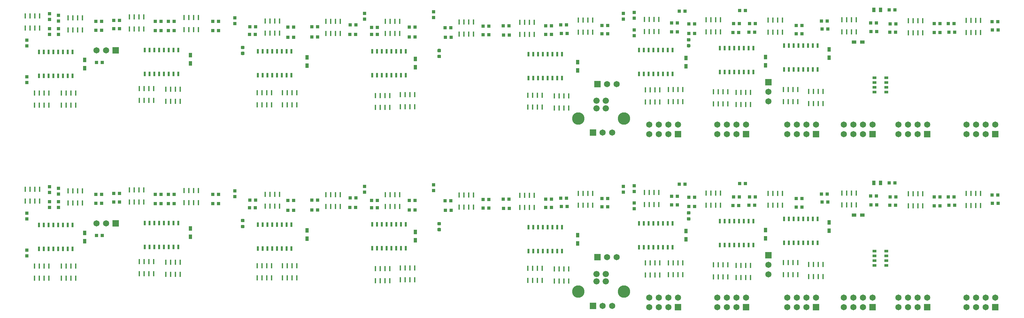
<source format=gbp>
G04 #@! TF.GenerationSoftware,KiCad,Pcbnew,(5.0.2)-1*
G04 #@! TF.CreationDate,2020-08-31T13:18:20-07:00*
G04 #@! TF.ProjectId,Peterson_SerialIO,50657465-7273-46f6-9e5f-53657269616c,rev?*
G04 #@! TF.SameCoordinates,Original*
G04 #@! TF.FileFunction,Paste,Bot*
G04 #@! TF.FilePolarity,Positive*
%FSLAX46Y46*%
G04 Gerber Fmt 4.6, Leading zero omitted, Abs format (unit mm)*
G04 Created by KiCad (PCBNEW (5.0.2)-1) date 8/31/2020 1:18:20 PM*
%MOMM*%
%LPD*%
G01*
G04 APERTURE LIST*
%ADD10R,0.455000X1.400000*%
%ADD11R,0.889000X0.889000*%
%ADD12R,0.900000X1.200000*%
%ADD13C,1.651000*%
%ADD14R,1.651000X1.651000*%
%ADD15R,0.508000X1.143000*%
%ADD16C,1.676400*%
%ADD17C,3.302000*%
%ADD18C,0.100000*%
%ADD19C,0.875000*%
%ADD20R,1.200000X0.900000*%
%ADD21R,0.889000X1.270000*%
%ADD22R,1.000000X0.650000*%
%ADD23R,0.998220X0.650000*%
G04 APERTURE END LIST*
D10*
G04 #@! TO.C,RN2*
X188908060Y-108463880D03*
X188908060Y-111663880D03*
X187638060Y-108463880D03*
X187638060Y-111663880D03*
X186368060Y-108463880D03*
X186368060Y-111663880D03*
X185098060Y-108463880D03*
X185098060Y-111663880D03*
G04 #@! TD*
G04 #@! TO.C,RN5*
X184904380Y-92956780D03*
X184904380Y-89756780D03*
X186174380Y-92956780D03*
X186174380Y-89756780D03*
X187444380Y-92956780D03*
X187444380Y-89756780D03*
X188714380Y-92956780D03*
X188714380Y-89756780D03*
G04 #@! TD*
G04 #@! TO.C,RN12*
X237202980Y-93083780D03*
X237202980Y-89883780D03*
X238472980Y-93083780D03*
X238472980Y-89883780D03*
X239742980Y-93083780D03*
X239742980Y-89883780D03*
X241012980Y-93083780D03*
X241012980Y-89883780D03*
G04 #@! TD*
G04 #@! TO.C,RN13*
X254850900Y-93294600D03*
X254850900Y-90094600D03*
X256120900Y-93294600D03*
X256120900Y-90094600D03*
X257390900Y-93294600D03*
X257390900Y-90094600D03*
X258660900Y-93294600D03*
X258660900Y-90094600D03*
G04 #@! TD*
G04 #@! TO.C,RN9*
X213029800Y-109167460D03*
X213029800Y-112367460D03*
X211759800Y-109167460D03*
X211759800Y-112367460D03*
X210489800Y-109167460D03*
X210489800Y-112367460D03*
X209219800Y-109167460D03*
X209219800Y-112367460D03*
G04 #@! TD*
G04 #@! TO.C,RN1*
X164838380Y-110107260D03*
X164838380Y-113307260D03*
X163568380Y-110107260D03*
X163568380Y-113307260D03*
X162298380Y-110107260D03*
X162298380Y-113307260D03*
X161028380Y-110107260D03*
X161028380Y-113307260D03*
G04 #@! TD*
G04 #@! TO.C,RN6*
X201259440Y-93099020D03*
X201259440Y-89899020D03*
X202529440Y-93099020D03*
X202529440Y-89899020D03*
X203799440Y-93099020D03*
X203799440Y-89899020D03*
X205069440Y-93099020D03*
X205069440Y-89899020D03*
G04 #@! TD*
G04 #@! TO.C,RN8*
X151843740Y-93728940D03*
X151843740Y-90528940D03*
X153113740Y-93728940D03*
X153113740Y-90528940D03*
X154383740Y-93728940D03*
X154383740Y-90528940D03*
X155653740Y-93728940D03*
X155653740Y-90528940D03*
G04 #@! TD*
G04 #@! TO.C,RN11*
X232205000Y-108900000D03*
X232205000Y-112100000D03*
X230935000Y-108900000D03*
X230935000Y-112100000D03*
X229665000Y-108900000D03*
X229665000Y-112100000D03*
X228395000Y-108900000D03*
X228395000Y-112100000D03*
G04 #@! TD*
G04 #@! TO.C,RN10*
X225505000Y-108400000D03*
X225505000Y-111600000D03*
X224235000Y-108400000D03*
X224235000Y-111600000D03*
X222965000Y-108400000D03*
X222965000Y-111600000D03*
X221695000Y-108400000D03*
X221695000Y-111600000D03*
G04 #@! TD*
G04 #@! TO.C,RN7*
X157746700Y-109896440D03*
X157746700Y-113096440D03*
X156476700Y-109896440D03*
X156476700Y-113096440D03*
X155206700Y-109896440D03*
X155206700Y-113096440D03*
X153936700Y-109896440D03*
X153936700Y-113096440D03*
G04 #@! TD*
G04 #@! TO.C,RN4*
X167383460Y-93162520D03*
X167383460Y-89962520D03*
X168653460Y-93162520D03*
X168653460Y-89962520D03*
X169923460Y-93162520D03*
X169923460Y-89962520D03*
X171193460Y-93162520D03*
X171193460Y-89962520D03*
G04 #@! TD*
G04 #@! TO.C,RN3*
X195004060Y-108423240D03*
X195004060Y-111623240D03*
X193734060Y-108423240D03*
X193734060Y-111623240D03*
X192464060Y-108423240D03*
X192464060Y-111623240D03*
X191194060Y-108423240D03*
X191194060Y-111623240D03*
G04 #@! TD*
G04 #@! TO.C,RN29*
X48399700Y-92311620D03*
X48399700Y-89111620D03*
X49669700Y-92311620D03*
X49669700Y-89111620D03*
X50939700Y-92311620D03*
X50939700Y-89111620D03*
X52209700Y-92311620D03*
X52209700Y-89111620D03*
G04 #@! TD*
G04 #@! TO.C,RN17*
X92801440Y-109229840D03*
X92801440Y-112429840D03*
X91531440Y-109229840D03*
X91531440Y-112429840D03*
X90261440Y-109229840D03*
X90261440Y-112429840D03*
X88991440Y-109229840D03*
X88991440Y-112429840D03*
G04 #@! TD*
G04 #@! TO.C,RN31*
X27078940Y-109350340D03*
X27078940Y-112550340D03*
X25808940Y-109350340D03*
X25808940Y-112550340D03*
X24538940Y-109350340D03*
X24538940Y-112550340D03*
X23268940Y-109350340D03*
X23268940Y-112550340D03*
G04 #@! TD*
G04 #@! TO.C,RN28*
X32138620Y-92563080D03*
X32138620Y-89363080D03*
X33408620Y-92563080D03*
X33408620Y-89363080D03*
X34678620Y-92563080D03*
X34678620Y-89363080D03*
X35948620Y-92563080D03*
X35948620Y-89363080D03*
G04 #@! TD*
G04 #@! TO.C,RN18*
X117370860Y-109971520D03*
X117370860Y-113171520D03*
X116100860Y-109971520D03*
X116100860Y-113171520D03*
X114830860Y-109971520D03*
X114830860Y-113171520D03*
X113560860Y-109971520D03*
X113560860Y-113171520D03*
G04 #@! TD*
G04 #@! TO.C,RN20*
X100467160Y-93507960D03*
X100467160Y-90307960D03*
X101737160Y-93507960D03*
X101737160Y-90307960D03*
X103007160Y-93507960D03*
X103007160Y-90307960D03*
X104277160Y-93507960D03*
X104277160Y-90307960D03*
G04 #@! TD*
G04 #@! TO.C,RN25*
X34168080Y-109314780D03*
X34168080Y-112514780D03*
X32898080Y-109314780D03*
X32898080Y-112514780D03*
X31628080Y-109314780D03*
X31628080Y-112514780D03*
X30358080Y-109314780D03*
X30358080Y-112514780D03*
G04 #@! TD*
G04 #@! TO.C,RN21*
X116174520Y-93507960D03*
X116174520Y-90307960D03*
X117444520Y-93507960D03*
X117444520Y-90307960D03*
X118714520Y-93507960D03*
X118714520Y-90307960D03*
X119984520Y-93507960D03*
X119984520Y-90307960D03*
G04 #@! TD*
G04 #@! TO.C,RN19*
X123972320Y-109781020D03*
X123972320Y-112981020D03*
X122702320Y-109781020D03*
X122702320Y-112981020D03*
X121432320Y-109781020D03*
X121432320Y-112981020D03*
X120162320Y-109781020D03*
X120162320Y-112981020D03*
G04 #@! TD*
G04 #@! TO.C,RN22*
X135793480Y-93660360D03*
X135793480Y-90460360D03*
X137063480Y-93660360D03*
X137063480Y-90460360D03*
X138333480Y-93660360D03*
X138333480Y-90460360D03*
X139603480Y-93660360D03*
X139603480Y-90460360D03*
G04 #@! TD*
G04 #@! TO.C,RN27*
X61874400Y-108319100D03*
X61874400Y-111519100D03*
X60604400Y-108319100D03*
X60604400Y-111519100D03*
X59334400Y-108319100D03*
X59334400Y-111519100D03*
X58064400Y-108319100D03*
X58064400Y-111519100D03*
G04 #@! TD*
G04 #@! TO.C,RN30*
X62910720Y-92479260D03*
X62910720Y-89279260D03*
X64180720Y-92479260D03*
X64180720Y-89279260D03*
X65450720Y-92479260D03*
X65450720Y-89279260D03*
X66720720Y-92479260D03*
X66720720Y-89279260D03*
G04 #@! TD*
G04 #@! TO.C,RN23*
X86075520Y-109229840D03*
X86075520Y-112429840D03*
X84805520Y-109229840D03*
X84805520Y-112429840D03*
X83535520Y-109229840D03*
X83535520Y-112429840D03*
X82265520Y-109229840D03*
X82265520Y-112429840D03*
G04 #@! TD*
G04 #@! TO.C,RN26*
X54864000Y-108123520D03*
X54864000Y-111323520D03*
X53594000Y-108123520D03*
X53594000Y-111323520D03*
X52324000Y-108123520D03*
X52324000Y-111323520D03*
X51054000Y-108123520D03*
X51054000Y-111323520D03*
G04 #@! TD*
G04 #@! TO.C,RN32*
X20797520Y-92062700D03*
X20797520Y-88862700D03*
X22067520Y-92062700D03*
X22067520Y-88862700D03*
X23337520Y-92062700D03*
X23337520Y-88862700D03*
X24607520Y-92062700D03*
X24607520Y-88862700D03*
G04 #@! TD*
G04 #@! TO.C,RN24*
X84373720Y-93431760D03*
X84373720Y-90231760D03*
X85643720Y-93431760D03*
X85643720Y-90231760D03*
X86913720Y-93431760D03*
X86913720Y-90231760D03*
X88183720Y-93431760D03*
X88183720Y-90231760D03*
G04 #@! TD*
G04 #@! TO.C,RN14*
X270126460Y-93205700D03*
X270126460Y-90005700D03*
X271396460Y-93205700D03*
X271396460Y-90005700D03*
X272666460Y-93205700D03*
X272666460Y-90005700D03*
X273936460Y-93205700D03*
X273936460Y-90005700D03*
G04 #@! TD*
G04 #@! TO.C,RN16*
X217617040Y-93165060D03*
X217617040Y-89965060D03*
X218887040Y-93165060D03*
X218887040Y-89965060D03*
X220157040Y-93165060D03*
X220157040Y-89965060D03*
X221427040Y-93165060D03*
X221427040Y-89965060D03*
G04 #@! TD*
G04 #@! TO.C,RN15*
X206999840Y-108999820D03*
X206999840Y-112199820D03*
X205729840Y-108999820D03*
X205729840Y-112199820D03*
X204459840Y-108999820D03*
X204459840Y-112199820D03*
X203189840Y-108999820D03*
X203189840Y-112199820D03*
G04 #@! TD*
G04 #@! TO.C,RN1*
X164838380Y-64107260D03*
X164838380Y-67307260D03*
X163568380Y-64107260D03*
X163568380Y-67307260D03*
X162298380Y-64107260D03*
X162298380Y-67307260D03*
X161028380Y-64107260D03*
X161028380Y-67307260D03*
G04 #@! TD*
G04 #@! TO.C,RN2*
X188908060Y-62463880D03*
X188908060Y-65663880D03*
X187638060Y-62463880D03*
X187638060Y-65663880D03*
X186368060Y-62463880D03*
X186368060Y-65663880D03*
X185098060Y-62463880D03*
X185098060Y-65663880D03*
G04 #@! TD*
G04 #@! TO.C,RN3*
X195004060Y-62423240D03*
X195004060Y-65623240D03*
X193734060Y-62423240D03*
X193734060Y-65623240D03*
X192464060Y-62423240D03*
X192464060Y-65623240D03*
X191194060Y-62423240D03*
X191194060Y-65623240D03*
G04 #@! TD*
G04 #@! TO.C,RN4*
X167383460Y-47162520D03*
X167383460Y-43962520D03*
X168653460Y-47162520D03*
X168653460Y-43962520D03*
X169923460Y-47162520D03*
X169923460Y-43962520D03*
X171193460Y-47162520D03*
X171193460Y-43962520D03*
G04 #@! TD*
G04 #@! TO.C,RN5*
X184904380Y-46956780D03*
X184904380Y-43756780D03*
X186174380Y-46956780D03*
X186174380Y-43756780D03*
X187444380Y-46956780D03*
X187444380Y-43756780D03*
X188714380Y-46956780D03*
X188714380Y-43756780D03*
G04 #@! TD*
G04 #@! TO.C,RN6*
X201259440Y-47099020D03*
X201259440Y-43899020D03*
X202529440Y-47099020D03*
X202529440Y-43899020D03*
X203799440Y-47099020D03*
X203799440Y-43899020D03*
X205069440Y-47099020D03*
X205069440Y-43899020D03*
G04 #@! TD*
G04 #@! TO.C,RN7*
X157746700Y-63896440D03*
X157746700Y-67096440D03*
X156476700Y-63896440D03*
X156476700Y-67096440D03*
X155206700Y-63896440D03*
X155206700Y-67096440D03*
X153936700Y-63896440D03*
X153936700Y-67096440D03*
G04 #@! TD*
G04 #@! TO.C,RN8*
X151843740Y-47728940D03*
X151843740Y-44528940D03*
X153113740Y-47728940D03*
X153113740Y-44528940D03*
X154383740Y-47728940D03*
X154383740Y-44528940D03*
X155653740Y-47728940D03*
X155653740Y-44528940D03*
G04 #@! TD*
G04 #@! TO.C,RN9*
X213029800Y-63167460D03*
X213029800Y-66367460D03*
X211759800Y-63167460D03*
X211759800Y-66367460D03*
X210489800Y-63167460D03*
X210489800Y-66367460D03*
X209219800Y-63167460D03*
X209219800Y-66367460D03*
G04 #@! TD*
G04 #@! TO.C,RN10*
X225505000Y-62400000D03*
X225505000Y-65600000D03*
X224235000Y-62400000D03*
X224235000Y-65600000D03*
X222965000Y-62400000D03*
X222965000Y-65600000D03*
X221695000Y-62400000D03*
X221695000Y-65600000D03*
G04 #@! TD*
G04 #@! TO.C,RN11*
X232205000Y-62900000D03*
X232205000Y-66100000D03*
X230935000Y-62900000D03*
X230935000Y-66100000D03*
X229665000Y-62900000D03*
X229665000Y-66100000D03*
X228395000Y-62900000D03*
X228395000Y-66100000D03*
G04 #@! TD*
G04 #@! TO.C,RN12*
X237202980Y-47083780D03*
X237202980Y-43883780D03*
X238472980Y-47083780D03*
X238472980Y-43883780D03*
X239742980Y-47083780D03*
X239742980Y-43883780D03*
X241012980Y-47083780D03*
X241012980Y-43883780D03*
G04 #@! TD*
G04 #@! TO.C,RN13*
X254850900Y-47294600D03*
X254850900Y-44094600D03*
X256120900Y-47294600D03*
X256120900Y-44094600D03*
X257390900Y-47294600D03*
X257390900Y-44094600D03*
X258660900Y-47294600D03*
X258660900Y-44094600D03*
G04 #@! TD*
G04 #@! TO.C,RN14*
X270126460Y-47205700D03*
X270126460Y-44005700D03*
X271396460Y-47205700D03*
X271396460Y-44005700D03*
X272666460Y-47205700D03*
X272666460Y-44005700D03*
X273936460Y-47205700D03*
X273936460Y-44005700D03*
G04 #@! TD*
G04 #@! TO.C,RN15*
X206999840Y-62999820D03*
X206999840Y-66199820D03*
X205729840Y-62999820D03*
X205729840Y-66199820D03*
X204459840Y-62999820D03*
X204459840Y-66199820D03*
X203189840Y-62999820D03*
X203189840Y-66199820D03*
G04 #@! TD*
G04 #@! TO.C,RN16*
X217617040Y-47165060D03*
X217617040Y-43965060D03*
X218887040Y-47165060D03*
X218887040Y-43965060D03*
X220157040Y-47165060D03*
X220157040Y-43965060D03*
X221427040Y-47165060D03*
X221427040Y-43965060D03*
G04 #@! TD*
G04 #@! TO.C,RN17*
X92801440Y-63229840D03*
X92801440Y-66429840D03*
X91531440Y-63229840D03*
X91531440Y-66429840D03*
X90261440Y-63229840D03*
X90261440Y-66429840D03*
X88991440Y-63229840D03*
X88991440Y-66429840D03*
G04 #@! TD*
G04 #@! TO.C,RN18*
X117370860Y-63971520D03*
X117370860Y-67171520D03*
X116100860Y-63971520D03*
X116100860Y-67171520D03*
X114830860Y-63971520D03*
X114830860Y-67171520D03*
X113560860Y-63971520D03*
X113560860Y-67171520D03*
G04 #@! TD*
G04 #@! TO.C,RN19*
X123972320Y-63781020D03*
X123972320Y-66981020D03*
X122702320Y-63781020D03*
X122702320Y-66981020D03*
X121432320Y-63781020D03*
X121432320Y-66981020D03*
X120162320Y-63781020D03*
X120162320Y-66981020D03*
G04 #@! TD*
G04 #@! TO.C,RN20*
X100467160Y-47507960D03*
X100467160Y-44307960D03*
X101737160Y-47507960D03*
X101737160Y-44307960D03*
X103007160Y-47507960D03*
X103007160Y-44307960D03*
X104277160Y-47507960D03*
X104277160Y-44307960D03*
G04 #@! TD*
G04 #@! TO.C,RN21*
X116174520Y-47507960D03*
X116174520Y-44307960D03*
X117444520Y-47507960D03*
X117444520Y-44307960D03*
X118714520Y-47507960D03*
X118714520Y-44307960D03*
X119984520Y-47507960D03*
X119984520Y-44307960D03*
G04 #@! TD*
G04 #@! TO.C,RN22*
X135793480Y-47660360D03*
X135793480Y-44460360D03*
X137063480Y-47660360D03*
X137063480Y-44460360D03*
X138333480Y-47660360D03*
X138333480Y-44460360D03*
X139603480Y-47660360D03*
X139603480Y-44460360D03*
G04 #@! TD*
G04 #@! TO.C,RN23*
X86075520Y-63229840D03*
X86075520Y-66429840D03*
X84805520Y-63229840D03*
X84805520Y-66429840D03*
X83535520Y-63229840D03*
X83535520Y-66429840D03*
X82265520Y-63229840D03*
X82265520Y-66429840D03*
G04 #@! TD*
G04 #@! TO.C,RN24*
X84373720Y-47431760D03*
X84373720Y-44231760D03*
X85643720Y-47431760D03*
X85643720Y-44231760D03*
X86913720Y-47431760D03*
X86913720Y-44231760D03*
X88183720Y-47431760D03*
X88183720Y-44231760D03*
G04 #@! TD*
G04 #@! TO.C,RN25*
X34168080Y-63314780D03*
X34168080Y-66514780D03*
X32898080Y-63314780D03*
X32898080Y-66514780D03*
X31628080Y-63314780D03*
X31628080Y-66514780D03*
X30358080Y-63314780D03*
X30358080Y-66514780D03*
G04 #@! TD*
G04 #@! TO.C,RN26*
X54864000Y-62123520D03*
X54864000Y-65323520D03*
X53594000Y-62123520D03*
X53594000Y-65323520D03*
X52324000Y-62123520D03*
X52324000Y-65323520D03*
X51054000Y-62123520D03*
X51054000Y-65323520D03*
G04 #@! TD*
G04 #@! TO.C,RN27*
X61874400Y-62319100D03*
X61874400Y-65519100D03*
X60604400Y-62319100D03*
X60604400Y-65519100D03*
X59334400Y-62319100D03*
X59334400Y-65519100D03*
X58064400Y-62319100D03*
X58064400Y-65519100D03*
G04 #@! TD*
G04 #@! TO.C,RN28*
X32138620Y-46563080D03*
X32138620Y-43363080D03*
X33408620Y-46563080D03*
X33408620Y-43363080D03*
X34678620Y-46563080D03*
X34678620Y-43363080D03*
X35948620Y-46563080D03*
X35948620Y-43363080D03*
G04 #@! TD*
G04 #@! TO.C,RN29*
X48399700Y-46311620D03*
X48399700Y-43111620D03*
X49669700Y-46311620D03*
X49669700Y-43111620D03*
X50939700Y-46311620D03*
X50939700Y-43111620D03*
X52209700Y-46311620D03*
X52209700Y-43111620D03*
G04 #@! TD*
G04 #@! TO.C,RN30*
X62910720Y-46479260D03*
X62910720Y-43279260D03*
X64180720Y-46479260D03*
X64180720Y-43279260D03*
X65450720Y-46479260D03*
X65450720Y-43279260D03*
X66720720Y-46479260D03*
X66720720Y-43279260D03*
G04 #@! TD*
G04 #@! TO.C,RN31*
X27078940Y-63350340D03*
X27078940Y-66550340D03*
X25808940Y-63350340D03*
X25808940Y-66550340D03*
X24538940Y-63350340D03*
X24538940Y-66550340D03*
X23268940Y-63350340D03*
X23268940Y-66550340D03*
G04 #@! TD*
G04 #@! TO.C,RN32*
X20797520Y-46062700D03*
X20797520Y-42862700D03*
X22067520Y-46062700D03*
X22067520Y-42862700D03*
X23337520Y-46062700D03*
X23337520Y-42862700D03*
X24607520Y-46062700D03*
X24607520Y-42862700D03*
G04 #@! TD*
D11*
G04 #@! TO.C,C51*
X98308160Y-91755560D03*
X96784160Y-91755560D03*
G04 #@! TD*
G04 #@! TO.C,C49*
X106812080Y-93752000D03*
X108336080Y-93752000D03*
G04 #@! TD*
G04 #@! TO.C,C43*
X133558280Y-91984160D03*
X132034280Y-91984160D03*
G04 #@! TD*
G04 #@! TO.C,C45*
X122588020Y-94417480D03*
X124112020Y-94417480D03*
G04 #@! TD*
G04 #@! TO.C,C46*
X124112020Y-91849540D03*
X122588020Y-91849540D03*
G04 #@! TD*
G04 #@! TO.C,C61*
X70488000Y-92750000D03*
X72012000Y-92750000D03*
G04 #@! TD*
G04 #@! TO.C,C44*
X132125720Y-94508920D03*
X133649720Y-94508920D03*
G04 #@! TD*
G04 #@! TO.C,C48*
X112590580Y-93777400D03*
X114114580Y-93777400D03*
G04 #@! TD*
G04 #@! TO.C,C60*
X90393520Y-94508920D03*
X91917520Y-94508920D03*
G04 #@! TD*
G04 #@! TO.C,C59*
X91917520Y-91849540D03*
X90393520Y-91849540D03*
G04 #@! TD*
G04 #@! TO.C,C42*
X143647160Y-91575220D03*
X142123160Y-91575220D03*
G04 #@! TD*
G04 #@! TO.C,C58*
X81828640Y-91760640D03*
X80304640Y-91760640D03*
G04 #@! TD*
D12*
G04 #@! TO.C,C53*
X95465900Y-99821300D03*
X95465900Y-102021300D03*
G04 #@! TD*
D11*
G04 #@! TO.C,C47*
X112588040Y-91852080D03*
X114112040Y-91852080D03*
G04 #@! TD*
G04 #@! TO.C,C57*
X80213200Y-93777400D03*
X81737200Y-93777400D03*
G04 #@! TD*
D12*
G04 #@! TO.C,C56*
X124170440Y-100235320D03*
X124170440Y-102435320D03*
G04 #@! TD*
D11*
G04 #@! TO.C,C52*
X96723200Y-94417480D03*
X98247200Y-94417480D03*
G04 #@! TD*
G04 #@! TO.C,C50*
X108427520Y-91206920D03*
X106903520Y-91206920D03*
G04 #@! TD*
G04 #@! TO.C,C37*
X212557360Y-93160180D03*
X214081360Y-93160180D03*
G04 #@! TD*
G04 #@! TO.C,C30*
X244812820Y-90678600D03*
X246336820Y-90678600D03*
G04 #@! TD*
G04 #@! TO.C,C28*
X251460000Y-93172880D03*
X249936000Y-93172880D03*
G04 #@! TD*
G04 #@! TO.C,C40*
X226590860Y-93625000D03*
X225066860Y-93625000D03*
G04 #@! TD*
G04 #@! TO.C,C32*
X233492040Y-92327060D03*
X231968040Y-92327060D03*
G04 #@! TD*
G04 #@! TO.C,C31*
X231823260Y-90183300D03*
X233347260Y-90183300D03*
G04 #@! TD*
G04 #@! TO.C,C27*
X249961400Y-90960540D03*
X251485400Y-90960540D03*
G04 #@! TD*
D12*
G04 #@! TO.C,C35*
X216941400Y-101961460D03*
X216941400Y-99761460D03*
G04 #@! TD*
D11*
G04 #@! TO.C,C26*
X261678420Y-90899580D03*
X263202420Y-90899580D03*
G04 #@! TD*
G04 #@! TO.C,C39*
X225064320Y-91366940D03*
X226588320Y-91366940D03*
G04 #@! TD*
G04 #@! TO.C,C38*
X212755480Y-90902120D03*
X214279480Y-90902120D03*
G04 #@! TD*
D13*
G04 #@! TO.C,J3*
X245310000Y-117730000D03*
X242770000Y-117730000D03*
X240230000Y-117730000D03*
X237690000Y-117730000D03*
X237690000Y-120270000D03*
X240230000Y-120270000D03*
X242770000Y-120270000D03*
D14*
X245310000Y-120270000D03*
G04 #@! TD*
D11*
G04 #@! TO.C,C29*
X246433340Y-93015400D03*
X244909340Y-93015400D03*
G04 #@! TD*
D12*
G04 #@! TO.C,C36*
X233800000Y-97700000D03*
X233800000Y-99900000D03*
G04 #@! TD*
D11*
G04 #@! TO.C,C72*
X29600000Y-93762000D03*
X29600000Y-92238000D03*
G04 #@! TD*
G04 #@! TO.C,C67*
X45762000Y-90000000D03*
X44238000Y-90000000D03*
G04 #@! TD*
G04 #@! TO.C,C64*
X58738000Y-92750000D03*
X60262000Y-92750000D03*
G04 #@! TD*
G04 #@! TO.C,C62*
X72012000Y-90250000D03*
X70488000Y-90250000D03*
G04 #@! TD*
G04 #@! TO.C,C68*
X44238000Y-92250000D03*
X45762000Y-92250000D03*
G04 #@! TD*
G04 #@! TO.C,C80*
X27200000Y-92238000D03*
X27200000Y-93762000D03*
G04 #@! TD*
G04 #@! TO.C,C79*
X27200000Y-88238000D03*
X27200000Y-89762000D03*
G04 #@! TD*
G04 #@! TO.C,C66*
X56762000Y-90250000D03*
X55238000Y-90250000D03*
G04 #@! TD*
D12*
G04 #@! TO.C,C73*
X64600000Y-101500000D03*
X64600000Y-99300000D03*
G04 #@! TD*
D11*
G04 #@! TO.C,C77*
X21200000Y-106562000D03*
X21200000Y-105038000D03*
G04 #@! TD*
G04 #@! TO.C,C69*
X39539600Y-92638400D03*
X41063600Y-92638400D03*
G04 #@! TD*
D12*
G04 #@! TO.C,C75*
X36509960Y-102743780D03*
X36509960Y-100543780D03*
G04 #@! TD*
D11*
G04 #@! TO.C,C65*
X55238000Y-92750000D03*
X56762000Y-92750000D03*
G04 #@! TD*
G04 #@! TO.C,C63*
X60262000Y-90250000D03*
X58738000Y-90250000D03*
G04 #@! TD*
G04 #@! TO.C,C70*
X40995600Y-90297600D03*
X39471600Y-90297600D03*
G04 #@! TD*
G04 #@! TO.C,C71*
X29600000Y-90162000D03*
X29600000Y-88638000D03*
G04 #@! TD*
G04 #@! TO.C,C78*
X21250000Y-95238000D03*
X21250000Y-96762000D03*
G04 #@! TD*
G04 #@! TO.C,C6*
X192074800Y-90749720D03*
X193598800Y-90749720D03*
G04 #@! TD*
G04 #@! TO.C,C2*
X208523840Y-90904660D03*
X210047840Y-90904660D03*
G04 #@! TD*
G04 #@! TO.C,C12*
X162839400Y-93470060D03*
X164363400Y-93470060D03*
G04 #@! TD*
G04 #@! TO.C,C18*
X149012000Y-91500000D03*
X147488000Y-91500000D03*
G04 #@! TD*
G04 #@! TO.C,C17*
X147558760Y-93947580D03*
X149082760Y-93947580D03*
G04 #@! TD*
D12*
G04 #@! TO.C,C16*
X195900000Y-102200000D03*
X195900000Y-100000000D03*
G04 #@! TD*
D11*
G04 #@! TO.C,C11*
X164262000Y-91250000D03*
X162738000Y-91250000D03*
G04 #@! TD*
G04 #@! TO.C,C9*
X173638000Y-93600000D03*
X175162000Y-93600000D03*
G04 #@! TD*
G04 #@! TO.C,C7*
X182200000Y-89462000D03*
X182200000Y-87938000D03*
G04 #@! TD*
G04 #@! TO.C,C1*
X209824320Y-93233840D03*
X208300320Y-93233840D03*
G04 #@! TD*
G04 #@! TO.C,C25*
X263202420Y-93287180D03*
X261678420Y-93287180D03*
G04 #@! TD*
G04 #@! TO.C,C10*
X175162000Y-91400000D03*
X173638000Y-91400000D03*
G04 #@! TD*
G04 #@! TO.C,C5*
X193586100Y-93083980D03*
X192062100Y-93083980D03*
G04 #@! TD*
G04 #@! TO.C,C8*
X182200000Y-92538000D03*
X182200000Y-94062000D03*
G04 #@! TD*
G04 #@! TO.C,C24*
X267075920Y-93172880D03*
X265551920Y-93172880D03*
G04 #@! TD*
G04 #@! TO.C,C23*
X265437620Y-90899580D03*
X266961620Y-90899580D03*
G04 #@! TD*
G04 #@! TO.C,C22*
X278523700Y-90401740D03*
X276999700Y-90401740D03*
G04 #@! TD*
G04 #@! TO.C,C21*
X277050500Y-92611540D03*
X278574500Y-92611540D03*
G04 #@! TD*
G04 #@! TO.C,C20*
X158738000Y-93750000D03*
X160262000Y-93750000D03*
G04 #@! TD*
G04 #@! TO.C,C4*
X198170800Y-93459900D03*
X196646800Y-93459900D03*
G04 #@! TD*
G04 #@! TO.C,C3*
X196646800Y-90980860D03*
X198170800Y-90980860D03*
G04 #@! TD*
G04 #@! TO.C,C19*
X160262000Y-91500000D03*
X158738000Y-91500000D03*
G04 #@! TD*
D12*
G04 #@! TO.C,C15*
X167200000Y-101100000D03*
X167200000Y-103300000D03*
G04 #@! TD*
D15*
G04 #@! TO.C,U9*
X32049720Y-98377340D03*
X33319720Y-104727340D03*
X32049720Y-104727340D03*
X30779720Y-104727340D03*
X29509720Y-104727340D03*
X28239720Y-104727340D03*
X26969720Y-104727340D03*
X25699720Y-104727340D03*
X24429720Y-104727340D03*
X24429720Y-98377340D03*
X25699720Y-98377340D03*
X26969720Y-98377340D03*
X28239720Y-98377340D03*
X29509720Y-98377340D03*
X30779720Y-98377340D03*
X33319720Y-98377340D03*
G04 #@! TD*
G04 #@! TO.C,U8*
X61335920Y-97879500D03*
X58795920Y-97879500D03*
X57525920Y-97879500D03*
X56255920Y-97879500D03*
X54985920Y-97879500D03*
X53715920Y-97879500D03*
X52445920Y-97879500D03*
X52445920Y-104229500D03*
X53715920Y-104229500D03*
X54985920Y-104229500D03*
X56255920Y-104229500D03*
X57525920Y-104229500D03*
X58795920Y-104229500D03*
X60065920Y-104229500D03*
X61335920Y-104229500D03*
X60065920Y-97879500D03*
G04 #@! TD*
D13*
G04 #@! TO.C,J12*
X217700000Y-111540000D03*
X217700000Y-109000000D03*
D14*
X217700000Y-106460000D03*
G04 #@! TD*
D13*
G04 #@! TO.C,J2*
X259810000Y-117730000D03*
X257270000Y-117730000D03*
X254730000Y-117730000D03*
X252190000Y-117730000D03*
X252190000Y-120270000D03*
X254730000Y-120270000D03*
X257270000Y-120270000D03*
D14*
X259810000Y-120270000D03*
G04 #@! TD*
G04 #@! TO.C,J1*
X277810000Y-120270000D03*
D13*
X275270000Y-120270000D03*
X272730000Y-120270000D03*
X270190000Y-120270000D03*
X270190000Y-117730000D03*
X272730000Y-117730000D03*
X275270000Y-117730000D03*
X277810000Y-117730000D03*
G04 #@! TD*
D15*
G04 #@! TO.C,U6*
X120360440Y-98256840D03*
X121630440Y-104606840D03*
X120360440Y-104606840D03*
X119090440Y-104606840D03*
X117820440Y-104606840D03*
X116550440Y-104606840D03*
X115280440Y-104606840D03*
X114010440Y-104606840D03*
X112740440Y-104606840D03*
X112740440Y-98256840D03*
X114010440Y-98256840D03*
X115280440Y-98256840D03*
X116550440Y-98256840D03*
X117820440Y-98256840D03*
X119090440Y-98256840D03*
X121630440Y-98256840D03*
G04 #@! TD*
D14*
G04 #@! TO.C,J5*
X230310000Y-120270000D03*
D13*
X227770000Y-120270000D03*
X225230000Y-120270000D03*
X222690000Y-120270000D03*
X222690000Y-117730000D03*
X225230000Y-117730000D03*
X227770000Y-117730000D03*
X230310000Y-117730000D03*
G04 #@! TD*
D15*
G04 #@! TO.C,U7*
X91338400Y-98261920D03*
X88798400Y-98261920D03*
X87528400Y-98261920D03*
X86258400Y-98261920D03*
X84988400Y-98261920D03*
X83718400Y-98261920D03*
X82448400Y-98261920D03*
X82448400Y-104611920D03*
X83718400Y-104611920D03*
X84988400Y-104611920D03*
X86258400Y-104611920D03*
X87528400Y-104611920D03*
X88798400Y-104611920D03*
X90068400Y-104611920D03*
X91338400Y-104611920D03*
X90068400Y-98261920D03*
G04 #@! TD*
G04 #@! TO.C,U4*
X229504240Y-96739040D03*
X230774240Y-103089040D03*
X229504240Y-103089040D03*
X228234240Y-103089040D03*
X226964240Y-103089040D03*
X225694240Y-103089040D03*
X224424240Y-103089040D03*
X223154240Y-103089040D03*
X221884240Y-103089040D03*
X221884240Y-96739040D03*
X223154240Y-96739040D03*
X224424240Y-96739040D03*
X225694240Y-96739040D03*
X226964240Y-96739040D03*
X228234240Y-96739040D03*
X230774240Y-96739040D03*
G04 #@! TD*
G04 #@! TO.C,U3*
X161805620Y-98992020D03*
X163075620Y-105342020D03*
X161805620Y-105342020D03*
X160535620Y-105342020D03*
X159265620Y-105342020D03*
X157995620Y-105342020D03*
X156725620Y-105342020D03*
X155455620Y-105342020D03*
X154185620Y-105342020D03*
X154185620Y-98992020D03*
X155455620Y-98992020D03*
X156725620Y-98992020D03*
X157995620Y-98992020D03*
X159265620Y-98992020D03*
X160535620Y-98992020D03*
X163075620Y-98992020D03*
G04 #@! TD*
G04 #@! TO.C,U2*
X192345000Y-97925000D03*
X189805000Y-97925000D03*
X188535000Y-97925000D03*
X187265000Y-97925000D03*
X185995000Y-97925000D03*
X184725000Y-97925000D03*
X183455000Y-97925000D03*
X183455000Y-104275000D03*
X184725000Y-104275000D03*
X185995000Y-104275000D03*
X187265000Y-104275000D03*
X188535000Y-104275000D03*
X189805000Y-104275000D03*
X191075000Y-104275000D03*
X192345000Y-104275000D03*
X191075000Y-97925000D03*
G04 #@! TD*
D11*
G04 #@! TO.C,R8*
X210113880Y-87394380D03*
X211637880Y-87394380D03*
G04 #@! TD*
G04 #@! TO.C,R11*
X76319380Y-89362880D03*
X76319380Y-90886880D03*
G04 #@! TD*
D13*
G04 #@! TO.C,J20*
X177474880Y-106952380D03*
X174934880Y-106952380D03*
D14*
X172394880Y-106952380D03*
G04 #@! TD*
G04 #@! TO.C,OUTPUT1*
X211810000Y-120270000D03*
D13*
X209270000Y-120270000D03*
X206730000Y-120270000D03*
X204190000Y-120270000D03*
X204190000Y-117730000D03*
X206730000Y-117730000D03*
X209270000Y-117730000D03*
X211810000Y-117730000D03*
G04 #@! TD*
G04 #@! TO.C,J4*
X176331880Y-119868280D03*
X173791880Y-119868280D03*
D14*
X171251880Y-119868280D03*
G04 #@! TD*
D16*
G04 #@! TO.C,JP1*
X172161200Y-111384680D03*
D17*
X179430680Y-116083680D03*
X167391080Y-116083680D03*
D16*
X172161200Y-113365880D03*
X174660560Y-111384680D03*
X174660560Y-113365880D03*
G04 #@! TD*
D18*
G04 #@! TO.C,R2*
G36*
X130762571Y-99175433D02*
X130783806Y-99178583D01*
X130804630Y-99183799D01*
X130824842Y-99191031D01*
X130844248Y-99200210D01*
X130862661Y-99211246D01*
X130879904Y-99224034D01*
X130895810Y-99238450D01*
X130910226Y-99254356D01*
X130923014Y-99271599D01*
X130934050Y-99290012D01*
X130943229Y-99309418D01*
X130950461Y-99329630D01*
X130955677Y-99350454D01*
X130958827Y-99371689D01*
X130959880Y-99393130D01*
X130959880Y-99830630D01*
X130958827Y-99852071D01*
X130955677Y-99873306D01*
X130950461Y-99894130D01*
X130943229Y-99914342D01*
X130934050Y-99933748D01*
X130923014Y-99952161D01*
X130910226Y-99969404D01*
X130895810Y-99985310D01*
X130879904Y-99999726D01*
X130862661Y-100012514D01*
X130844248Y-100023550D01*
X130824842Y-100032729D01*
X130804630Y-100039961D01*
X130783806Y-100045177D01*
X130762571Y-100048327D01*
X130741130Y-100049380D01*
X130228630Y-100049380D01*
X130207189Y-100048327D01*
X130185954Y-100045177D01*
X130165130Y-100039961D01*
X130144918Y-100032729D01*
X130125512Y-100023550D01*
X130107099Y-100012514D01*
X130089856Y-99999726D01*
X130073950Y-99985310D01*
X130059534Y-99969404D01*
X130046746Y-99952161D01*
X130035710Y-99933748D01*
X130026531Y-99914342D01*
X130019299Y-99894130D01*
X130014083Y-99873306D01*
X130010933Y-99852071D01*
X130009880Y-99830630D01*
X130009880Y-99393130D01*
X130010933Y-99371689D01*
X130014083Y-99350454D01*
X130019299Y-99329630D01*
X130026531Y-99309418D01*
X130035710Y-99290012D01*
X130046746Y-99271599D01*
X130059534Y-99254356D01*
X130073950Y-99238450D01*
X130089856Y-99224034D01*
X130107099Y-99211246D01*
X130125512Y-99200210D01*
X130144918Y-99191031D01*
X130165130Y-99183799D01*
X130185954Y-99178583D01*
X130207189Y-99175433D01*
X130228630Y-99174380D01*
X130741130Y-99174380D01*
X130762571Y-99175433D01*
X130762571Y-99175433D01*
G37*
D19*
X130484880Y-99611880D03*
D18*
G36*
X130762571Y-97600433D02*
X130783806Y-97603583D01*
X130804630Y-97608799D01*
X130824842Y-97616031D01*
X130844248Y-97625210D01*
X130862661Y-97636246D01*
X130879904Y-97649034D01*
X130895810Y-97663450D01*
X130910226Y-97679356D01*
X130923014Y-97696599D01*
X130934050Y-97715012D01*
X130943229Y-97734418D01*
X130950461Y-97754630D01*
X130955677Y-97775454D01*
X130958827Y-97796689D01*
X130959880Y-97818130D01*
X130959880Y-98255630D01*
X130958827Y-98277071D01*
X130955677Y-98298306D01*
X130950461Y-98319130D01*
X130943229Y-98339342D01*
X130934050Y-98358748D01*
X130923014Y-98377161D01*
X130910226Y-98394404D01*
X130895810Y-98410310D01*
X130879904Y-98424726D01*
X130862661Y-98437514D01*
X130844248Y-98448550D01*
X130824842Y-98457729D01*
X130804630Y-98464961D01*
X130783806Y-98470177D01*
X130762571Y-98473327D01*
X130741130Y-98474380D01*
X130228630Y-98474380D01*
X130207189Y-98473327D01*
X130185954Y-98470177D01*
X130165130Y-98464961D01*
X130144918Y-98457729D01*
X130125512Y-98448550D01*
X130107099Y-98437514D01*
X130089856Y-98424726D01*
X130073950Y-98410310D01*
X130059534Y-98394404D01*
X130046746Y-98377161D01*
X130035710Y-98358748D01*
X130026531Y-98339342D01*
X130019299Y-98319130D01*
X130014083Y-98298306D01*
X130010933Y-98277071D01*
X130009880Y-98255630D01*
X130009880Y-97818130D01*
X130010933Y-97796689D01*
X130014083Y-97775454D01*
X130019299Y-97754630D01*
X130026531Y-97734418D01*
X130035710Y-97715012D01*
X130046746Y-97696599D01*
X130059534Y-97679356D01*
X130073950Y-97663450D01*
X130089856Y-97649034D01*
X130107099Y-97636246D01*
X130125512Y-97625210D01*
X130144918Y-97616031D01*
X130165130Y-97608799D01*
X130185954Y-97603583D01*
X130207189Y-97600433D01*
X130228630Y-97599380D01*
X130741130Y-97599380D01*
X130762571Y-97600433D01*
X130762571Y-97600433D01*
G37*
D19*
X130484880Y-98036880D03*
G04 #@! TD*
D13*
G04 #@! TO.C,J18*
X39660000Y-98000000D03*
X42200000Y-98000000D03*
D14*
X44740000Y-98000000D03*
G04 #@! TD*
D20*
G04 #@! TO.C,C14*
X240400000Y-95800000D03*
X242600000Y-95800000D03*
G04 #@! TD*
D11*
G04 #@! TO.C,R6*
X179252880Y-89680380D03*
X179252880Y-88156380D03*
G04 #@! TD*
G04 #@! TO.C,R9*
X195635880Y-87584880D03*
X194111880Y-87584880D03*
G04 #@! TD*
D18*
G04 #@! TO.C,R3*
G36*
X78692571Y-98349933D02*
X78713806Y-98353083D01*
X78734630Y-98358299D01*
X78754842Y-98365531D01*
X78774248Y-98374710D01*
X78792661Y-98385746D01*
X78809904Y-98398534D01*
X78825810Y-98412950D01*
X78840226Y-98428856D01*
X78853014Y-98446099D01*
X78864050Y-98464512D01*
X78873229Y-98483918D01*
X78880461Y-98504130D01*
X78885677Y-98524954D01*
X78888827Y-98546189D01*
X78889880Y-98567630D01*
X78889880Y-99005130D01*
X78888827Y-99026571D01*
X78885677Y-99047806D01*
X78880461Y-99068630D01*
X78873229Y-99088842D01*
X78864050Y-99108248D01*
X78853014Y-99126661D01*
X78840226Y-99143904D01*
X78825810Y-99159810D01*
X78809904Y-99174226D01*
X78792661Y-99187014D01*
X78774248Y-99198050D01*
X78754842Y-99207229D01*
X78734630Y-99214461D01*
X78713806Y-99219677D01*
X78692571Y-99222827D01*
X78671130Y-99223880D01*
X78158630Y-99223880D01*
X78137189Y-99222827D01*
X78115954Y-99219677D01*
X78095130Y-99214461D01*
X78074918Y-99207229D01*
X78055512Y-99198050D01*
X78037099Y-99187014D01*
X78019856Y-99174226D01*
X78003950Y-99159810D01*
X77989534Y-99143904D01*
X77976746Y-99126661D01*
X77965710Y-99108248D01*
X77956531Y-99088842D01*
X77949299Y-99068630D01*
X77944083Y-99047806D01*
X77940933Y-99026571D01*
X77939880Y-99005130D01*
X77939880Y-98567630D01*
X77940933Y-98546189D01*
X77944083Y-98524954D01*
X77949299Y-98504130D01*
X77956531Y-98483918D01*
X77965710Y-98464512D01*
X77976746Y-98446099D01*
X77989534Y-98428856D01*
X78003950Y-98412950D01*
X78019856Y-98398534D01*
X78037099Y-98385746D01*
X78055512Y-98374710D01*
X78074918Y-98365531D01*
X78095130Y-98358299D01*
X78115954Y-98353083D01*
X78137189Y-98349933D01*
X78158630Y-98348880D01*
X78671130Y-98348880D01*
X78692571Y-98349933D01*
X78692571Y-98349933D01*
G37*
D19*
X78414880Y-98786380D03*
D18*
G36*
X78692571Y-96774933D02*
X78713806Y-96778083D01*
X78734630Y-96783299D01*
X78754842Y-96790531D01*
X78774248Y-96799710D01*
X78792661Y-96810746D01*
X78809904Y-96823534D01*
X78825810Y-96837950D01*
X78840226Y-96853856D01*
X78853014Y-96871099D01*
X78864050Y-96889512D01*
X78873229Y-96908918D01*
X78880461Y-96929130D01*
X78885677Y-96949954D01*
X78888827Y-96971189D01*
X78889880Y-96992630D01*
X78889880Y-97430130D01*
X78888827Y-97451571D01*
X78885677Y-97472806D01*
X78880461Y-97493630D01*
X78873229Y-97513842D01*
X78864050Y-97533248D01*
X78853014Y-97551661D01*
X78840226Y-97568904D01*
X78825810Y-97584810D01*
X78809904Y-97599226D01*
X78792661Y-97612014D01*
X78774248Y-97623050D01*
X78754842Y-97632229D01*
X78734630Y-97639461D01*
X78713806Y-97644677D01*
X78692571Y-97647827D01*
X78671130Y-97648880D01*
X78158630Y-97648880D01*
X78137189Y-97647827D01*
X78115954Y-97644677D01*
X78095130Y-97639461D01*
X78074918Y-97632229D01*
X78055512Y-97623050D01*
X78037099Y-97612014D01*
X78019856Y-97599226D01*
X78003950Y-97584810D01*
X77989534Y-97568904D01*
X77976746Y-97551661D01*
X77965710Y-97533248D01*
X77956531Y-97513842D01*
X77949299Y-97493630D01*
X77944083Y-97472806D01*
X77940933Y-97451571D01*
X77939880Y-97430130D01*
X77939880Y-96992630D01*
X77940933Y-96971189D01*
X77944083Y-96949954D01*
X77949299Y-96929130D01*
X77956531Y-96908918D01*
X77965710Y-96889512D01*
X77976746Y-96871099D01*
X77989534Y-96853856D01*
X78003950Y-96837950D01*
X78019856Y-96823534D01*
X78037099Y-96810746D01*
X78055512Y-96799710D01*
X78074918Y-96790531D01*
X78095130Y-96783299D01*
X78115954Y-96778083D01*
X78137189Y-96774933D01*
X78158630Y-96773880D01*
X78671130Y-96773880D01*
X78692571Y-96774933D01*
X78692571Y-96774933D01*
G37*
D19*
X78414880Y-97211380D03*
G04 #@! TD*
D11*
G04 #@! TO.C,R7*
X128960880Y-87711880D03*
X128960880Y-89235880D03*
G04 #@! TD*
D21*
G04 #@! TO.C,D1*
X247489980Y-87216580D03*
X245711980Y-87216580D03*
G04 #@! TD*
D22*
G04 #@! TO.C,RN34*
X245812880Y-109113880D03*
D23*
X245812880Y-107843880D03*
X245812880Y-106573880D03*
X245812880Y-105303880D03*
X249012880Y-105303880D03*
X249012880Y-106573880D03*
X249012880Y-107843880D03*
D22*
X249012880Y-109113880D03*
G04 #@! TD*
D13*
G04 #@! TO.C,INPUT1*
X193810000Y-117730000D03*
X191270000Y-117730000D03*
X188730000Y-117730000D03*
X186190000Y-117730000D03*
X186190000Y-120270000D03*
X188730000Y-120270000D03*
X191270000Y-120270000D03*
D14*
X193810000Y-120270000D03*
G04 #@! TD*
D18*
G04 #@! TO.C,R1*
G36*
X196866071Y-94742933D02*
X196887306Y-94746083D01*
X196908130Y-94751299D01*
X196928342Y-94758531D01*
X196947748Y-94767710D01*
X196966161Y-94778746D01*
X196983404Y-94791534D01*
X196999310Y-94805950D01*
X197013726Y-94821856D01*
X197026514Y-94839099D01*
X197037550Y-94857512D01*
X197046729Y-94876918D01*
X197053961Y-94897130D01*
X197059177Y-94917954D01*
X197062327Y-94939189D01*
X197063380Y-94960630D01*
X197063380Y-95398130D01*
X197062327Y-95419571D01*
X197059177Y-95440806D01*
X197053961Y-95461630D01*
X197046729Y-95481842D01*
X197037550Y-95501248D01*
X197026514Y-95519661D01*
X197013726Y-95536904D01*
X196999310Y-95552810D01*
X196983404Y-95567226D01*
X196966161Y-95580014D01*
X196947748Y-95591050D01*
X196928342Y-95600229D01*
X196908130Y-95607461D01*
X196887306Y-95612677D01*
X196866071Y-95615827D01*
X196844630Y-95616880D01*
X196332130Y-95616880D01*
X196310689Y-95615827D01*
X196289454Y-95612677D01*
X196268630Y-95607461D01*
X196248418Y-95600229D01*
X196229012Y-95591050D01*
X196210599Y-95580014D01*
X196193356Y-95567226D01*
X196177450Y-95552810D01*
X196163034Y-95536904D01*
X196150246Y-95519661D01*
X196139210Y-95501248D01*
X196130031Y-95481842D01*
X196122799Y-95461630D01*
X196117583Y-95440806D01*
X196114433Y-95419571D01*
X196113380Y-95398130D01*
X196113380Y-94960630D01*
X196114433Y-94939189D01*
X196117583Y-94917954D01*
X196122799Y-94897130D01*
X196130031Y-94876918D01*
X196139210Y-94857512D01*
X196150246Y-94839099D01*
X196163034Y-94821856D01*
X196177450Y-94805950D01*
X196193356Y-94791534D01*
X196210599Y-94778746D01*
X196229012Y-94767710D01*
X196248418Y-94758531D01*
X196268630Y-94751299D01*
X196289454Y-94746083D01*
X196310689Y-94742933D01*
X196332130Y-94741880D01*
X196844630Y-94741880D01*
X196866071Y-94742933D01*
X196866071Y-94742933D01*
G37*
D19*
X196588380Y-95179380D03*
D18*
G36*
X196866071Y-96317933D02*
X196887306Y-96321083D01*
X196908130Y-96326299D01*
X196928342Y-96333531D01*
X196947748Y-96342710D01*
X196966161Y-96353746D01*
X196983404Y-96366534D01*
X196999310Y-96380950D01*
X197013726Y-96396856D01*
X197026514Y-96414099D01*
X197037550Y-96432512D01*
X197046729Y-96451918D01*
X197053961Y-96472130D01*
X197059177Y-96492954D01*
X197062327Y-96514189D01*
X197063380Y-96535630D01*
X197063380Y-96973130D01*
X197062327Y-96994571D01*
X197059177Y-97015806D01*
X197053961Y-97036630D01*
X197046729Y-97056842D01*
X197037550Y-97076248D01*
X197026514Y-97094661D01*
X197013726Y-97111904D01*
X196999310Y-97127810D01*
X196983404Y-97142226D01*
X196966161Y-97155014D01*
X196947748Y-97166050D01*
X196928342Y-97175229D01*
X196908130Y-97182461D01*
X196887306Y-97187677D01*
X196866071Y-97190827D01*
X196844630Y-97191880D01*
X196332130Y-97191880D01*
X196310689Y-97190827D01*
X196289454Y-97187677D01*
X196268630Y-97182461D01*
X196248418Y-97175229D01*
X196229012Y-97166050D01*
X196210599Y-97155014D01*
X196193356Y-97142226D01*
X196177450Y-97127810D01*
X196163034Y-97111904D01*
X196150246Y-97094661D01*
X196139210Y-97076248D01*
X196130031Y-97056842D01*
X196122799Y-97036630D01*
X196117583Y-97015806D01*
X196114433Y-96994571D01*
X196113380Y-96973130D01*
X196113380Y-96535630D01*
X196114433Y-96514189D01*
X196117583Y-96492954D01*
X196122799Y-96472130D01*
X196130031Y-96451918D01*
X196139210Y-96432512D01*
X196150246Y-96414099D01*
X196163034Y-96396856D01*
X196177450Y-96380950D01*
X196193356Y-96366534D01*
X196210599Y-96353746D01*
X196229012Y-96342710D01*
X196248418Y-96333531D01*
X196268630Y-96326299D01*
X196289454Y-96321083D01*
X196310689Y-96317933D01*
X196332130Y-96316880D01*
X196844630Y-96316880D01*
X196866071Y-96317933D01*
X196866071Y-96317933D01*
G37*
D19*
X196588380Y-96754380D03*
G04 #@! TD*
D11*
G04 #@! TO.C,R4*
X251299980Y-87216580D03*
X249775980Y-87216580D03*
G04 #@! TD*
G04 #@! TO.C,R12*
X41203880Y-101173880D03*
X39679880Y-101173880D03*
G04 #@! TD*
G04 #@! TO.C,R10*
X110672880Y-89680380D03*
X110672880Y-88156380D03*
G04 #@! TD*
G04 #@! TO.C,C41*
X142123160Y-93868840D03*
X143647160Y-93868840D03*
G04 #@! TD*
D15*
G04 #@! TO.C,U5*
X213715600Y-97368960D03*
X211175600Y-97368960D03*
X209905600Y-97368960D03*
X208635600Y-97368960D03*
X207365600Y-97368960D03*
X206095600Y-97368960D03*
X204825600Y-97368960D03*
X204825600Y-103718960D03*
X206095600Y-103718960D03*
X207365600Y-103718960D03*
X208635600Y-103718960D03*
X209905600Y-103718960D03*
X211175600Y-103718960D03*
X212445600Y-103718960D03*
X213715600Y-103718960D03*
X212445600Y-97368960D03*
G04 #@! TD*
D11*
G04 #@! TO.C,C1*
X208300320Y-47233840D03*
X209824320Y-47233840D03*
G04 #@! TD*
G04 #@! TO.C,C2*
X210047840Y-44904660D03*
X208523840Y-44904660D03*
G04 #@! TD*
G04 #@! TO.C,C3*
X198170800Y-44980860D03*
X196646800Y-44980860D03*
G04 #@! TD*
G04 #@! TO.C,C4*
X196646800Y-47459900D03*
X198170800Y-47459900D03*
G04 #@! TD*
G04 #@! TO.C,C5*
X192062100Y-47083980D03*
X193586100Y-47083980D03*
G04 #@! TD*
G04 #@! TO.C,C6*
X193598800Y-44749720D03*
X192074800Y-44749720D03*
G04 #@! TD*
G04 #@! TO.C,C7*
X182200000Y-41938000D03*
X182200000Y-43462000D03*
G04 #@! TD*
G04 #@! TO.C,C8*
X182200000Y-48062000D03*
X182200000Y-46538000D03*
G04 #@! TD*
G04 #@! TO.C,C9*
X175162000Y-47600000D03*
X173638000Y-47600000D03*
G04 #@! TD*
G04 #@! TO.C,C10*
X173638000Y-45400000D03*
X175162000Y-45400000D03*
G04 #@! TD*
G04 #@! TO.C,C11*
X162738000Y-45250000D03*
X164262000Y-45250000D03*
G04 #@! TD*
G04 #@! TO.C,C12*
X164363400Y-47470060D03*
X162839400Y-47470060D03*
G04 #@! TD*
D12*
G04 #@! TO.C,C15*
X167200000Y-57300000D03*
X167200000Y-55100000D03*
G04 #@! TD*
G04 #@! TO.C,C16*
X195900000Y-54000000D03*
X195900000Y-56200000D03*
G04 #@! TD*
D11*
G04 #@! TO.C,C17*
X149082760Y-47947580D03*
X147558760Y-47947580D03*
G04 #@! TD*
G04 #@! TO.C,C18*
X147488000Y-45500000D03*
X149012000Y-45500000D03*
G04 #@! TD*
G04 #@! TO.C,C19*
X158738000Y-45500000D03*
X160262000Y-45500000D03*
G04 #@! TD*
G04 #@! TO.C,C20*
X160262000Y-47750000D03*
X158738000Y-47750000D03*
G04 #@! TD*
G04 #@! TO.C,C21*
X278574500Y-46611540D03*
X277050500Y-46611540D03*
G04 #@! TD*
G04 #@! TO.C,C22*
X276999700Y-44401740D03*
X278523700Y-44401740D03*
G04 #@! TD*
G04 #@! TO.C,C23*
X266961620Y-44899580D03*
X265437620Y-44899580D03*
G04 #@! TD*
G04 #@! TO.C,C24*
X265551920Y-47172880D03*
X267075920Y-47172880D03*
G04 #@! TD*
G04 #@! TO.C,C25*
X261678420Y-47287180D03*
X263202420Y-47287180D03*
G04 #@! TD*
G04 #@! TO.C,C26*
X263202420Y-44899580D03*
X261678420Y-44899580D03*
G04 #@! TD*
G04 #@! TO.C,C27*
X251485400Y-44960540D03*
X249961400Y-44960540D03*
G04 #@! TD*
G04 #@! TO.C,C28*
X249936000Y-47172880D03*
X251460000Y-47172880D03*
G04 #@! TD*
G04 #@! TO.C,C29*
X244909340Y-47015400D03*
X246433340Y-47015400D03*
G04 #@! TD*
G04 #@! TO.C,C30*
X246336820Y-44678600D03*
X244812820Y-44678600D03*
G04 #@! TD*
G04 #@! TO.C,C31*
X233347260Y-44183300D03*
X231823260Y-44183300D03*
G04 #@! TD*
G04 #@! TO.C,C32*
X231968040Y-46327060D03*
X233492040Y-46327060D03*
G04 #@! TD*
D12*
G04 #@! TO.C,C35*
X216941400Y-53761460D03*
X216941400Y-55961460D03*
G04 #@! TD*
G04 #@! TO.C,C36*
X233800000Y-53900000D03*
X233800000Y-51700000D03*
G04 #@! TD*
D11*
G04 #@! TO.C,C37*
X214081360Y-47160180D03*
X212557360Y-47160180D03*
G04 #@! TD*
G04 #@! TO.C,C38*
X214279480Y-44902120D03*
X212755480Y-44902120D03*
G04 #@! TD*
G04 #@! TO.C,C39*
X226588320Y-45366940D03*
X225064320Y-45366940D03*
G04 #@! TD*
G04 #@! TO.C,C40*
X225066860Y-47625000D03*
X226590860Y-47625000D03*
G04 #@! TD*
D14*
G04 #@! TO.C,J3*
X245310000Y-74270000D03*
D13*
X242770000Y-74270000D03*
X240230000Y-74270000D03*
X237690000Y-74270000D03*
X237690000Y-71730000D03*
X240230000Y-71730000D03*
X242770000Y-71730000D03*
X245310000Y-71730000D03*
G04 #@! TD*
D15*
G04 #@! TO.C,U2*
X191075000Y-51925000D03*
X192345000Y-58275000D03*
X191075000Y-58275000D03*
X189805000Y-58275000D03*
X188535000Y-58275000D03*
X187265000Y-58275000D03*
X185995000Y-58275000D03*
X184725000Y-58275000D03*
X183455000Y-58275000D03*
X183455000Y-51925000D03*
X184725000Y-51925000D03*
X185995000Y-51925000D03*
X187265000Y-51925000D03*
X188535000Y-51925000D03*
X189805000Y-51925000D03*
X192345000Y-51925000D03*
G04 #@! TD*
G04 #@! TO.C,U3*
X163075620Y-52992020D03*
X160535620Y-52992020D03*
X159265620Y-52992020D03*
X157995620Y-52992020D03*
X156725620Y-52992020D03*
X155455620Y-52992020D03*
X154185620Y-52992020D03*
X154185620Y-59342020D03*
X155455620Y-59342020D03*
X156725620Y-59342020D03*
X157995620Y-59342020D03*
X159265620Y-59342020D03*
X160535620Y-59342020D03*
X161805620Y-59342020D03*
X163075620Y-59342020D03*
X161805620Y-52992020D03*
G04 #@! TD*
G04 #@! TO.C,U4*
X230774240Y-50739040D03*
X228234240Y-50739040D03*
X226964240Y-50739040D03*
X225694240Y-50739040D03*
X224424240Y-50739040D03*
X223154240Y-50739040D03*
X221884240Y-50739040D03*
X221884240Y-57089040D03*
X223154240Y-57089040D03*
X224424240Y-57089040D03*
X225694240Y-57089040D03*
X226964240Y-57089040D03*
X228234240Y-57089040D03*
X229504240Y-57089040D03*
X230774240Y-57089040D03*
X229504240Y-50739040D03*
G04 #@! TD*
G04 #@! TO.C,U5*
X212445600Y-51368960D03*
X213715600Y-57718960D03*
X212445600Y-57718960D03*
X211175600Y-57718960D03*
X209905600Y-57718960D03*
X208635600Y-57718960D03*
X207365600Y-57718960D03*
X206095600Y-57718960D03*
X204825600Y-57718960D03*
X204825600Y-51368960D03*
X206095600Y-51368960D03*
X207365600Y-51368960D03*
X208635600Y-51368960D03*
X209905600Y-51368960D03*
X211175600Y-51368960D03*
X213715600Y-51368960D03*
G04 #@! TD*
D11*
G04 #@! TO.C,C41*
X143647160Y-47868840D03*
X142123160Y-47868840D03*
G04 #@! TD*
G04 #@! TO.C,C42*
X142123160Y-45575220D03*
X143647160Y-45575220D03*
G04 #@! TD*
G04 #@! TO.C,C43*
X132034280Y-45984160D03*
X133558280Y-45984160D03*
G04 #@! TD*
G04 #@! TO.C,C44*
X133649720Y-48508920D03*
X132125720Y-48508920D03*
G04 #@! TD*
G04 #@! TO.C,C45*
X124112020Y-48417480D03*
X122588020Y-48417480D03*
G04 #@! TD*
G04 #@! TO.C,C46*
X122588020Y-45849540D03*
X124112020Y-45849540D03*
G04 #@! TD*
G04 #@! TO.C,C47*
X114112040Y-45852080D03*
X112588040Y-45852080D03*
G04 #@! TD*
G04 #@! TO.C,C48*
X114114580Y-47777400D03*
X112590580Y-47777400D03*
G04 #@! TD*
G04 #@! TO.C,C49*
X108336080Y-47752000D03*
X106812080Y-47752000D03*
G04 #@! TD*
G04 #@! TO.C,C50*
X106903520Y-45206920D03*
X108427520Y-45206920D03*
G04 #@! TD*
G04 #@! TO.C,C51*
X96784160Y-45755560D03*
X98308160Y-45755560D03*
G04 #@! TD*
G04 #@! TO.C,C52*
X98247200Y-48417480D03*
X96723200Y-48417480D03*
G04 #@! TD*
D12*
G04 #@! TO.C,C53*
X95465900Y-56021300D03*
X95465900Y-53821300D03*
G04 #@! TD*
G04 #@! TO.C,C56*
X124170440Y-56435320D03*
X124170440Y-54235320D03*
G04 #@! TD*
D11*
G04 #@! TO.C,C57*
X81737200Y-47777400D03*
X80213200Y-47777400D03*
G04 #@! TD*
G04 #@! TO.C,C58*
X80304640Y-45760640D03*
X81828640Y-45760640D03*
G04 #@! TD*
G04 #@! TO.C,C59*
X90393520Y-45849540D03*
X91917520Y-45849540D03*
G04 #@! TD*
G04 #@! TO.C,C60*
X91917520Y-48508920D03*
X90393520Y-48508920D03*
G04 #@! TD*
G04 #@! TO.C,C61*
X72012000Y-46750000D03*
X70488000Y-46750000D03*
G04 #@! TD*
G04 #@! TO.C,C62*
X70488000Y-44250000D03*
X72012000Y-44250000D03*
G04 #@! TD*
G04 #@! TO.C,C63*
X58738000Y-44250000D03*
X60262000Y-44250000D03*
G04 #@! TD*
G04 #@! TO.C,C64*
X60262000Y-46750000D03*
X58738000Y-46750000D03*
G04 #@! TD*
G04 #@! TO.C,C65*
X56762000Y-46750000D03*
X55238000Y-46750000D03*
G04 #@! TD*
G04 #@! TO.C,C66*
X55238000Y-44250000D03*
X56762000Y-44250000D03*
G04 #@! TD*
G04 #@! TO.C,C67*
X44238000Y-44000000D03*
X45762000Y-44000000D03*
G04 #@! TD*
G04 #@! TO.C,C68*
X45762000Y-46250000D03*
X44238000Y-46250000D03*
G04 #@! TD*
G04 #@! TO.C,C69*
X41063600Y-46638400D03*
X39539600Y-46638400D03*
G04 #@! TD*
G04 #@! TO.C,C70*
X39471600Y-44297600D03*
X40995600Y-44297600D03*
G04 #@! TD*
G04 #@! TO.C,C71*
X29600000Y-42638000D03*
X29600000Y-44162000D03*
G04 #@! TD*
G04 #@! TO.C,C72*
X29600000Y-46238000D03*
X29600000Y-47762000D03*
G04 #@! TD*
D12*
G04 #@! TO.C,C73*
X64600000Y-53300000D03*
X64600000Y-55500000D03*
G04 #@! TD*
G04 #@! TO.C,C75*
X36509960Y-54543780D03*
X36509960Y-56743780D03*
G04 #@! TD*
D11*
G04 #@! TO.C,C77*
X21200000Y-59038000D03*
X21200000Y-60562000D03*
G04 #@! TD*
G04 #@! TO.C,C78*
X21250000Y-50762000D03*
X21250000Y-49238000D03*
G04 #@! TD*
G04 #@! TO.C,C79*
X27200000Y-43762000D03*
X27200000Y-42238000D03*
G04 #@! TD*
G04 #@! TO.C,C80*
X27200000Y-47762000D03*
X27200000Y-46238000D03*
G04 #@! TD*
D15*
G04 #@! TO.C,U6*
X121630440Y-52256840D03*
X119090440Y-52256840D03*
X117820440Y-52256840D03*
X116550440Y-52256840D03*
X115280440Y-52256840D03*
X114010440Y-52256840D03*
X112740440Y-52256840D03*
X112740440Y-58606840D03*
X114010440Y-58606840D03*
X115280440Y-58606840D03*
X116550440Y-58606840D03*
X117820440Y-58606840D03*
X119090440Y-58606840D03*
X120360440Y-58606840D03*
X121630440Y-58606840D03*
X120360440Y-52256840D03*
G04 #@! TD*
G04 #@! TO.C,U7*
X90068400Y-52261920D03*
X91338400Y-58611920D03*
X90068400Y-58611920D03*
X88798400Y-58611920D03*
X87528400Y-58611920D03*
X86258400Y-58611920D03*
X84988400Y-58611920D03*
X83718400Y-58611920D03*
X82448400Y-58611920D03*
X82448400Y-52261920D03*
X83718400Y-52261920D03*
X84988400Y-52261920D03*
X86258400Y-52261920D03*
X87528400Y-52261920D03*
X88798400Y-52261920D03*
X91338400Y-52261920D03*
G04 #@! TD*
G04 #@! TO.C,U8*
X60065920Y-51879500D03*
X61335920Y-58229500D03*
X60065920Y-58229500D03*
X58795920Y-58229500D03*
X57525920Y-58229500D03*
X56255920Y-58229500D03*
X54985920Y-58229500D03*
X53715920Y-58229500D03*
X52445920Y-58229500D03*
X52445920Y-51879500D03*
X53715920Y-51879500D03*
X54985920Y-51879500D03*
X56255920Y-51879500D03*
X57525920Y-51879500D03*
X58795920Y-51879500D03*
X61335920Y-51879500D03*
G04 #@! TD*
G04 #@! TO.C,U9*
X33319720Y-52377340D03*
X30779720Y-52377340D03*
X29509720Y-52377340D03*
X28239720Y-52377340D03*
X26969720Y-52377340D03*
X25699720Y-52377340D03*
X24429720Y-52377340D03*
X24429720Y-58727340D03*
X25699720Y-58727340D03*
X26969720Y-58727340D03*
X28239720Y-58727340D03*
X29509720Y-58727340D03*
X30779720Y-58727340D03*
X32049720Y-58727340D03*
X33319720Y-58727340D03*
X32049720Y-52377340D03*
G04 #@! TD*
D13*
G04 #@! TO.C,J1*
X277810000Y-71730000D03*
X275270000Y-71730000D03*
X272730000Y-71730000D03*
X270190000Y-71730000D03*
X270190000Y-74270000D03*
X272730000Y-74270000D03*
X275270000Y-74270000D03*
D14*
X277810000Y-74270000D03*
G04 #@! TD*
G04 #@! TO.C,J2*
X259810000Y-74270000D03*
D13*
X257270000Y-74270000D03*
X254730000Y-74270000D03*
X252190000Y-74270000D03*
X252190000Y-71730000D03*
X254730000Y-71730000D03*
X257270000Y-71730000D03*
X259810000Y-71730000D03*
G04 #@! TD*
G04 #@! TO.C,J5*
X230310000Y-71730000D03*
X227770000Y-71730000D03*
X225230000Y-71730000D03*
X222690000Y-71730000D03*
X222690000Y-74270000D03*
X225230000Y-74270000D03*
X227770000Y-74270000D03*
D14*
X230310000Y-74270000D03*
G04 #@! TD*
G04 #@! TO.C,J12*
X217700000Y-60460000D03*
D13*
X217700000Y-63000000D03*
X217700000Y-65540000D03*
G04 #@! TD*
D20*
G04 #@! TO.C,C14*
X242600000Y-49800000D03*
X240400000Y-49800000D03*
G04 #@! TD*
D14*
G04 #@! TO.C,J18*
X44740000Y-52000000D03*
D13*
X42200000Y-52000000D03*
X39660000Y-52000000D03*
G04 #@! TD*
D18*
G04 #@! TO.C,R1*
G36*
X196866071Y-50317933D02*
X196887306Y-50321083D01*
X196908130Y-50326299D01*
X196928342Y-50333531D01*
X196947748Y-50342710D01*
X196966161Y-50353746D01*
X196983404Y-50366534D01*
X196999310Y-50380950D01*
X197013726Y-50396856D01*
X197026514Y-50414099D01*
X197037550Y-50432512D01*
X197046729Y-50451918D01*
X197053961Y-50472130D01*
X197059177Y-50492954D01*
X197062327Y-50514189D01*
X197063380Y-50535630D01*
X197063380Y-50973130D01*
X197062327Y-50994571D01*
X197059177Y-51015806D01*
X197053961Y-51036630D01*
X197046729Y-51056842D01*
X197037550Y-51076248D01*
X197026514Y-51094661D01*
X197013726Y-51111904D01*
X196999310Y-51127810D01*
X196983404Y-51142226D01*
X196966161Y-51155014D01*
X196947748Y-51166050D01*
X196928342Y-51175229D01*
X196908130Y-51182461D01*
X196887306Y-51187677D01*
X196866071Y-51190827D01*
X196844630Y-51191880D01*
X196332130Y-51191880D01*
X196310689Y-51190827D01*
X196289454Y-51187677D01*
X196268630Y-51182461D01*
X196248418Y-51175229D01*
X196229012Y-51166050D01*
X196210599Y-51155014D01*
X196193356Y-51142226D01*
X196177450Y-51127810D01*
X196163034Y-51111904D01*
X196150246Y-51094661D01*
X196139210Y-51076248D01*
X196130031Y-51056842D01*
X196122799Y-51036630D01*
X196117583Y-51015806D01*
X196114433Y-50994571D01*
X196113380Y-50973130D01*
X196113380Y-50535630D01*
X196114433Y-50514189D01*
X196117583Y-50492954D01*
X196122799Y-50472130D01*
X196130031Y-50451918D01*
X196139210Y-50432512D01*
X196150246Y-50414099D01*
X196163034Y-50396856D01*
X196177450Y-50380950D01*
X196193356Y-50366534D01*
X196210599Y-50353746D01*
X196229012Y-50342710D01*
X196248418Y-50333531D01*
X196268630Y-50326299D01*
X196289454Y-50321083D01*
X196310689Y-50317933D01*
X196332130Y-50316880D01*
X196844630Y-50316880D01*
X196866071Y-50317933D01*
X196866071Y-50317933D01*
G37*
D19*
X196588380Y-50754380D03*
D18*
G36*
X196866071Y-48742933D02*
X196887306Y-48746083D01*
X196908130Y-48751299D01*
X196928342Y-48758531D01*
X196947748Y-48767710D01*
X196966161Y-48778746D01*
X196983404Y-48791534D01*
X196999310Y-48805950D01*
X197013726Y-48821856D01*
X197026514Y-48839099D01*
X197037550Y-48857512D01*
X197046729Y-48876918D01*
X197053961Y-48897130D01*
X197059177Y-48917954D01*
X197062327Y-48939189D01*
X197063380Y-48960630D01*
X197063380Y-49398130D01*
X197062327Y-49419571D01*
X197059177Y-49440806D01*
X197053961Y-49461630D01*
X197046729Y-49481842D01*
X197037550Y-49501248D01*
X197026514Y-49519661D01*
X197013726Y-49536904D01*
X196999310Y-49552810D01*
X196983404Y-49567226D01*
X196966161Y-49580014D01*
X196947748Y-49591050D01*
X196928342Y-49600229D01*
X196908130Y-49607461D01*
X196887306Y-49612677D01*
X196866071Y-49615827D01*
X196844630Y-49616880D01*
X196332130Y-49616880D01*
X196310689Y-49615827D01*
X196289454Y-49612677D01*
X196268630Y-49607461D01*
X196248418Y-49600229D01*
X196229012Y-49591050D01*
X196210599Y-49580014D01*
X196193356Y-49567226D01*
X196177450Y-49552810D01*
X196163034Y-49536904D01*
X196150246Y-49519661D01*
X196139210Y-49501248D01*
X196130031Y-49481842D01*
X196122799Y-49461630D01*
X196117583Y-49440806D01*
X196114433Y-49419571D01*
X196113380Y-49398130D01*
X196113380Y-48960630D01*
X196114433Y-48939189D01*
X196117583Y-48917954D01*
X196122799Y-48897130D01*
X196130031Y-48876918D01*
X196139210Y-48857512D01*
X196150246Y-48839099D01*
X196163034Y-48821856D01*
X196177450Y-48805950D01*
X196193356Y-48791534D01*
X196210599Y-48778746D01*
X196229012Y-48767710D01*
X196248418Y-48758531D01*
X196268630Y-48751299D01*
X196289454Y-48746083D01*
X196310689Y-48742933D01*
X196332130Y-48741880D01*
X196844630Y-48741880D01*
X196866071Y-48742933D01*
X196866071Y-48742933D01*
G37*
D19*
X196588380Y-49179380D03*
G04 #@! TD*
D18*
G04 #@! TO.C,R2*
G36*
X130762571Y-51600433D02*
X130783806Y-51603583D01*
X130804630Y-51608799D01*
X130824842Y-51616031D01*
X130844248Y-51625210D01*
X130862661Y-51636246D01*
X130879904Y-51649034D01*
X130895810Y-51663450D01*
X130910226Y-51679356D01*
X130923014Y-51696599D01*
X130934050Y-51715012D01*
X130943229Y-51734418D01*
X130950461Y-51754630D01*
X130955677Y-51775454D01*
X130958827Y-51796689D01*
X130959880Y-51818130D01*
X130959880Y-52255630D01*
X130958827Y-52277071D01*
X130955677Y-52298306D01*
X130950461Y-52319130D01*
X130943229Y-52339342D01*
X130934050Y-52358748D01*
X130923014Y-52377161D01*
X130910226Y-52394404D01*
X130895810Y-52410310D01*
X130879904Y-52424726D01*
X130862661Y-52437514D01*
X130844248Y-52448550D01*
X130824842Y-52457729D01*
X130804630Y-52464961D01*
X130783806Y-52470177D01*
X130762571Y-52473327D01*
X130741130Y-52474380D01*
X130228630Y-52474380D01*
X130207189Y-52473327D01*
X130185954Y-52470177D01*
X130165130Y-52464961D01*
X130144918Y-52457729D01*
X130125512Y-52448550D01*
X130107099Y-52437514D01*
X130089856Y-52424726D01*
X130073950Y-52410310D01*
X130059534Y-52394404D01*
X130046746Y-52377161D01*
X130035710Y-52358748D01*
X130026531Y-52339342D01*
X130019299Y-52319130D01*
X130014083Y-52298306D01*
X130010933Y-52277071D01*
X130009880Y-52255630D01*
X130009880Y-51818130D01*
X130010933Y-51796689D01*
X130014083Y-51775454D01*
X130019299Y-51754630D01*
X130026531Y-51734418D01*
X130035710Y-51715012D01*
X130046746Y-51696599D01*
X130059534Y-51679356D01*
X130073950Y-51663450D01*
X130089856Y-51649034D01*
X130107099Y-51636246D01*
X130125512Y-51625210D01*
X130144918Y-51616031D01*
X130165130Y-51608799D01*
X130185954Y-51603583D01*
X130207189Y-51600433D01*
X130228630Y-51599380D01*
X130741130Y-51599380D01*
X130762571Y-51600433D01*
X130762571Y-51600433D01*
G37*
D19*
X130484880Y-52036880D03*
D18*
G36*
X130762571Y-53175433D02*
X130783806Y-53178583D01*
X130804630Y-53183799D01*
X130824842Y-53191031D01*
X130844248Y-53200210D01*
X130862661Y-53211246D01*
X130879904Y-53224034D01*
X130895810Y-53238450D01*
X130910226Y-53254356D01*
X130923014Y-53271599D01*
X130934050Y-53290012D01*
X130943229Y-53309418D01*
X130950461Y-53329630D01*
X130955677Y-53350454D01*
X130958827Y-53371689D01*
X130959880Y-53393130D01*
X130959880Y-53830630D01*
X130958827Y-53852071D01*
X130955677Y-53873306D01*
X130950461Y-53894130D01*
X130943229Y-53914342D01*
X130934050Y-53933748D01*
X130923014Y-53952161D01*
X130910226Y-53969404D01*
X130895810Y-53985310D01*
X130879904Y-53999726D01*
X130862661Y-54012514D01*
X130844248Y-54023550D01*
X130824842Y-54032729D01*
X130804630Y-54039961D01*
X130783806Y-54045177D01*
X130762571Y-54048327D01*
X130741130Y-54049380D01*
X130228630Y-54049380D01*
X130207189Y-54048327D01*
X130185954Y-54045177D01*
X130165130Y-54039961D01*
X130144918Y-54032729D01*
X130125512Y-54023550D01*
X130107099Y-54012514D01*
X130089856Y-53999726D01*
X130073950Y-53985310D01*
X130059534Y-53969404D01*
X130046746Y-53952161D01*
X130035710Y-53933748D01*
X130026531Y-53914342D01*
X130019299Y-53894130D01*
X130014083Y-53873306D01*
X130010933Y-53852071D01*
X130009880Y-53830630D01*
X130009880Y-53393130D01*
X130010933Y-53371689D01*
X130014083Y-53350454D01*
X130019299Y-53329630D01*
X130026531Y-53309418D01*
X130035710Y-53290012D01*
X130046746Y-53271599D01*
X130059534Y-53254356D01*
X130073950Y-53238450D01*
X130089856Y-53224034D01*
X130107099Y-53211246D01*
X130125512Y-53200210D01*
X130144918Y-53191031D01*
X130165130Y-53183799D01*
X130185954Y-53178583D01*
X130207189Y-53175433D01*
X130228630Y-53174380D01*
X130741130Y-53174380D01*
X130762571Y-53175433D01*
X130762571Y-53175433D01*
G37*
D19*
X130484880Y-53611880D03*
G04 #@! TD*
D18*
G04 #@! TO.C,R3*
G36*
X78692571Y-50774933D02*
X78713806Y-50778083D01*
X78734630Y-50783299D01*
X78754842Y-50790531D01*
X78774248Y-50799710D01*
X78792661Y-50810746D01*
X78809904Y-50823534D01*
X78825810Y-50837950D01*
X78840226Y-50853856D01*
X78853014Y-50871099D01*
X78864050Y-50889512D01*
X78873229Y-50908918D01*
X78880461Y-50929130D01*
X78885677Y-50949954D01*
X78888827Y-50971189D01*
X78889880Y-50992630D01*
X78889880Y-51430130D01*
X78888827Y-51451571D01*
X78885677Y-51472806D01*
X78880461Y-51493630D01*
X78873229Y-51513842D01*
X78864050Y-51533248D01*
X78853014Y-51551661D01*
X78840226Y-51568904D01*
X78825810Y-51584810D01*
X78809904Y-51599226D01*
X78792661Y-51612014D01*
X78774248Y-51623050D01*
X78754842Y-51632229D01*
X78734630Y-51639461D01*
X78713806Y-51644677D01*
X78692571Y-51647827D01*
X78671130Y-51648880D01*
X78158630Y-51648880D01*
X78137189Y-51647827D01*
X78115954Y-51644677D01*
X78095130Y-51639461D01*
X78074918Y-51632229D01*
X78055512Y-51623050D01*
X78037099Y-51612014D01*
X78019856Y-51599226D01*
X78003950Y-51584810D01*
X77989534Y-51568904D01*
X77976746Y-51551661D01*
X77965710Y-51533248D01*
X77956531Y-51513842D01*
X77949299Y-51493630D01*
X77944083Y-51472806D01*
X77940933Y-51451571D01*
X77939880Y-51430130D01*
X77939880Y-50992630D01*
X77940933Y-50971189D01*
X77944083Y-50949954D01*
X77949299Y-50929130D01*
X77956531Y-50908918D01*
X77965710Y-50889512D01*
X77976746Y-50871099D01*
X77989534Y-50853856D01*
X78003950Y-50837950D01*
X78019856Y-50823534D01*
X78037099Y-50810746D01*
X78055512Y-50799710D01*
X78074918Y-50790531D01*
X78095130Y-50783299D01*
X78115954Y-50778083D01*
X78137189Y-50774933D01*
X78158630Y-50773880D01*
X78671130Y-50773880D01*
X78692571Y-50774933D01*
X78692571Y-50774933D01*
G37*
D19*
X78414880Y-51211380D03*
D18*
G36*
X78692571Y-52349933D02*
X78713806Y-52353083D01*
X78734630Y-52358299D01*
X78754842Y-52365531D01*
X78774248Y-52374710D01*
X78792661Y-52385746D01*
X78809904Y-52398534D01*
X78825810Y-52412950D01*
X78840226Y-52428856D01*
X78853014Y-52446099D01*
X78864050Y-52464512D01*
X78873229Y-52483918D01*
X78880461Y-52504130D01*
X78885677Y-52524954D01*
X78888827Y-52546189D01*
X78889880Y-52567630D01*
X78889880Y-53005130D01*
X78888827Y-53026571D01*
X78885677Y-53047806D01*
X78880461Y-53068630D01*
X78873229Y-53088842D01*
X78864050Y-53108248D01*
X78853014Y-53126661D01*
X78840226Y-53143904D01*
X78825810Y-53159810D01*
X78809904Y-53174226D01*
X78792661Y-53187014D01*
X78774248Y-53198050D01*
X78754842Y-53207229D01*
X78734630Y-53214461D01*
X78713806Y-53219677D01*
X78692571Y-53222827D01*
X78671130Y-53223880D01*
X78158630Y-53223880D01*
X78137189Y-53222827D01*
X78115954Y-53219677D01*
X78095130Y-53214461D01*
X78074918Y-53207229D01*
X78055512Y-53198050D01*
X78037099Y-53187014D01*
X78019856Y-53174226D01*
X78003950Y-53159810D01*
X77989534Y-53143904D01*
X77976746Y-53126661D01*
X77965710Y-53108248D01*
X77956531Y-53088842D01*
X77949299Y-53068630D01*
X77944083Y-53047806D01*
X77940933Y-53026571D01*
X77939880Y-53005130D01*
X77939880Y-52567630D01*
X77940933Y-52546189D01*
X77944083Y-52524954D01*
X77949299Y-52504130D01*
X77956531Y-52483918D01*
X77965710Y-52464512D01*
X77976746Y-52446099D01*
X77989534Y-52428856D01*
X78003950Y-52412950D01*
X78019856Y-52398534D01*
X78037099Y-52385746D01*
X78055512Y-52374710D01*
X78074918Y-52365531D01*
X78095130Y-52358299D01*
X78115954Y-52353083D01*
X78137189Y-52349933D01*
X78158630Y-52348880D01*
X78671130Y-52348880D01*
X78692571Y-52349933D01*
X78692571Y-52349933D01*
G37*
D19*
X78414880Y-52786380D03*
G04 #@! TD*
D14*
G04 #@! TO.C,J20*
X172394880Y-60952380D03*
D13*
X174934880Y-60952380D03*
X177474880Y-60952380D03*
G04 #@! TD*
D16*
G04 #@! TO.C,JP1*
X174660560Y-67365880D03*
X174660560Y-65384680D03*
X172161200Y-67365880D03*
D17*
X167391080Y-70083680D03*
X179430680Y-70083680D03*
D16*
X172161200Y-65384680D03*
G04 #@! TD*
D21*
G04 #@! TO.C,D1*
X245711980Y-41216580D03*
X247489980Y-41216580D03*
G04 #@! TD*
D11*
G04 #@! TO.C,R4*
X249775980Y-41216580D03*
X251299980Y-41216580D03*
G04 #@! TD*
G04 #@! TO.C,R6*
X179252880Y-42156380D03*
X179252880Y-43680380D03*
G04 #@! TD*
G04 #@! TO.C,R7*
X128960880Y-43235880D03*
X128960880Y-41711880D03*
G04 #@! TD*
G04 #@! TO.C,R8*
X211637880Y-41394380D03*
X210113880Y-41394380D03*
G04 #@! TD*
G04 #@! TO.C,R9*
X194111880Y-41584880D03*
X195635880Y-41584880D03*
G04 #@! TD*
G04 #@! TO.C,R10*
X110672880Y-42156380D03*
X110672880Y-43680380D03*
G04 #@! TD*
G04 #@! TO.C,R11*
X76319380Y-44886880D03*
X76319380Y-43362880D03*
G04 #@! TD*
G04 #@! TO.C,R12*
X39679880Y-55173880D03*
X41203880Y-55173880D03*
G04 #@! TD*
D22*
G04 #@! TO.C,RN34*
X249012880Y-63113880D03*
D23*
X249012880Y-61843880D03*
X249012880Y-60573880D03*
X249012880Y-59303880D03*
X245812880Y-59303880D03*
X245812880Y-60573880D03*
X245812880Y-61843880D03*
D22*
X245812880Y-63113880D03*
G04 #@! TD*
D14*
G04 #@! TO.C,INPUT1*
X193810000Y-74270000D03*
D13*
X191270000Y-74270000D03*
X188730000Y-74270000D03*
X186190000Y-74270000D03*
X186190000Y-71730000D03*
X188730000Y-71730000D03*
X191270000Y-71730000D03*
X193810000Y-71730000D03*
G04 #@! TD*
G04 #@! TO.C,OUTPUT1*
X211810000Y-71730000D03*
X209270000Y-71730000D03*
X206730000Y-71730000D03*
X204190000Y-71730000D03*
X204190000Y-74270000D03*
X206730000Y-74270000D03*
X209270000Y-74270000D03*
D14*
X211810000Y-74270000D03*
G04 #@! TD*
G04 #@! TO.C,J4*
X171251880Y-73868280D03*
D13*
X173791880Y-73868280D03*
X176331880Y-73868280D03*
G04 #@! TD*
M02*

</source>
